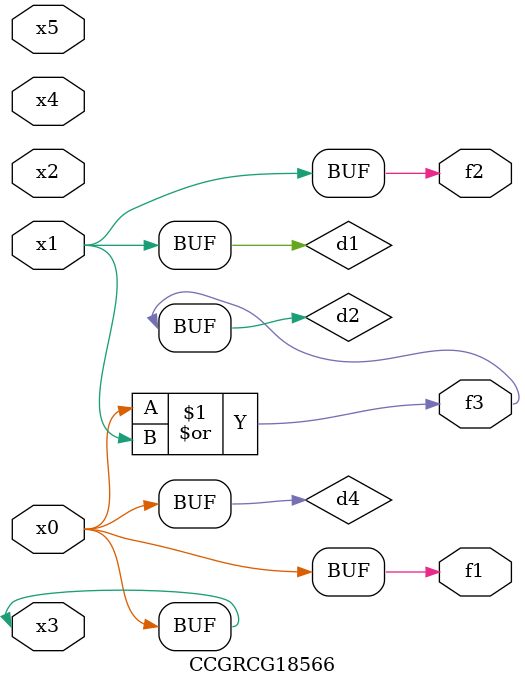
<source format=v>
module CCGRCG18566(
	input x0, x1, x2, x3, x4, x5,
	output f1, f2, f3
);

	wire d1, d2, d3, d4;

	and (d1, x1);
	or (d2, x0, x1);
	nand (d3, x0, x5);
	buf (d4, x0, x3);
	assign f1 = d4;
	assign f2 = d1;
	assign f3 = d2;
endmodule

</source>
